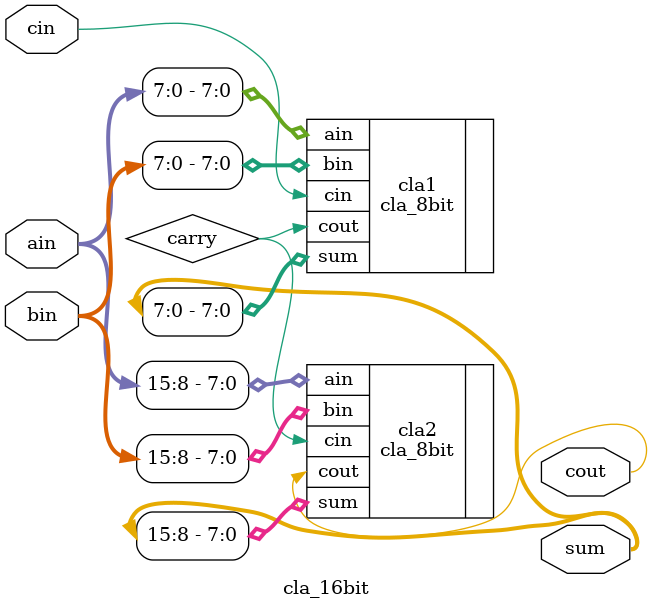
<source format=v>
module cla_16bit (
	output [15:0] sum,
	output cout,
	input [15:0] ain,
	input [15:0] bin,
	input cin
);
	
	wire [15:0] prop;
	wire [15:0] gen;
	wire carry;
	
	cla_8bit cla1 (
		.sum(sum[7:0]),
		.cout(carry),
		.ain(ain[7:0]),
		.bin(bin[7:0]),
		.cin(cin)
	);
	
	cla_8bit cla2 (
		.sum(sum[15:8]),
		.cout(cout),
		.ain(ain[15:8]),
		.bin(bin[15:8]),
		.cin(carry)
	);
	
endmodule
</source>
